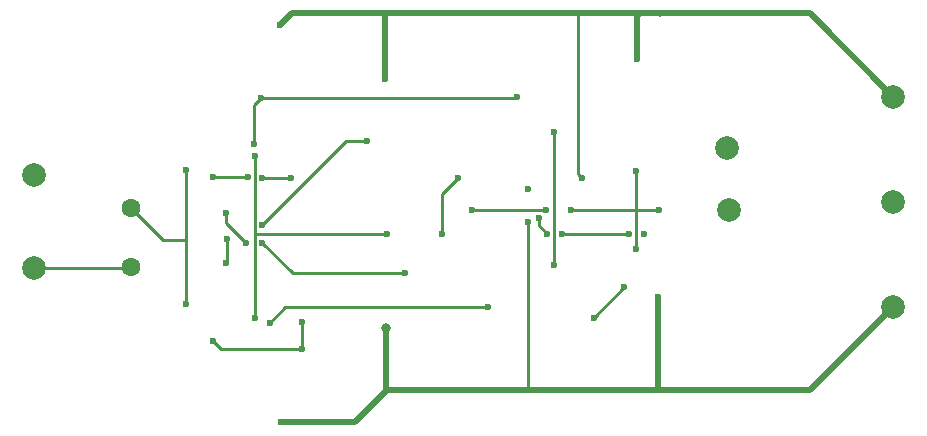
<source format=gbr>
G04 #@! TF.GenerationSoftware,KiCad,Pcbnew,(5.1.10-0-10_14)*
G04 #@! TF.CreationDate,2021-07-28T15:02:55+02:00*
G04 #@! TF.ProjectId,pre-amp-discret,7072652d-616d-4702-9d64-697363726574,rev?*
G04 #@! TF.SameCoordinates,Original*
G04 #@! TF.FileFunction,Copper,L2,Bot*
G04 #@! TF.FilePolarity,Positive*
%FSLAX46Y46*%
G04 Gerber Fmt 4.6, Leading zero omitted, Abs format (unit mm)*
G04 Created by KiCad (PCBNEW (5.1.10-0-10_14)) date 2021-07-28 15:02:55*
%MOMM*%
%LPD*%
G01*
G04 APERTURE LIST*
G04 #@! TA.AperFunction,ComponentPad*
%ADD10C,2.000000*%
G04 #@! TD*
G04 #@! TA.AperFunction,ComponentPad*
%ADD11C,1.600000*%
G04 #@! TD*
G04 #@! TA.AperFunction,ViaPad*
%ADD12C,0.600000*%
G04 #@! TD*
G04 #@! TA.AperFunction,ViaPad*
%ADD13C,0.800000*%
G04 #@! TD*
G04 #@! TA.AperFunction,Conductor*
%ADD14C,0.500000*%
G04 #@! TD*
G04 #@! TA.AperFunction,Conductor*
%ADD15C,0.250000*%
G04 #@! TD*
G04 APERTURE END LIST*
D10*
X184327800Y-117398800D03*
X184492900Y-122618500D03*
X198374000Y-121920000D03*
X125603000Y-127508000D03*
X198374000Y-130810000D03*
X125603000Y-119634000D03*
X198374000Y-113030000D03*
D11*
X133858000Y-127491500D03*
X133858000Y-122491500D03*
D12*
X171678600Y-105994200D03*
X167614600Y-105994200D03*
X155333700Y-111582200D03*
X172016500Y-119893000D03*
X176657000Y-109855000D03*
X146481800Y-107010200D03*
X138455400Y-119240300D03*
X138493500Y-130632200D03*
X165232200Y-137901800D03*
X169743000Y-137901800D03*
D13*
X155422600Y-132638800D03*
D12*
X167447000Y-120843000D03*
X167449500Y-123634500D03*
X178435000Y-129984500D03*
X146494500Y-140589000D03*
X164020500Y-130873500D03*
X145585100Y-132186600D03*
X144322800Y-131813300D03*
X144335500Y-118021100D03*
X161544000Y-119888000D03*
X160159700Y-124701300D03*
X155511500Y-124650500D03*
X176593500Y-119341900D03*
X176606200Y-125945900D03*
X178498500Y-122593100D03*
X168973500Y-122618002D03*
X162687000Y-122618500D03*
X171069000Y-122618500D03*
X169672000Y-127304800D03*
X172986700Y-131800600D03*
X175602900Y-129184400D03*
X169672000Y-116014500D03*
X166547800Y-113106200D03*
X144251600Y-117073600D03*
X144843500Y-113118900D03*
X157019428Y-127967047D03*
X144957800Y-125412500D03*
X143522700Y-125399800D03*
X141884400Y-122923300D03*
X140766800Y-119824500D03*
X147383500Y-119951500D03*
X144947800Y-119951500D03*
X143697800Y-119837200D03*
X144947800Y-123939300D03*
X141903200Y-127095500D03*
X141922500Y-125056900D03*
X153797000Y-116827300D03*
X148272500Y-134366000D03*
X148272500Y-132080000D03*
X140779500Y-133731000D03*
X177231200Y-124650500D03*
X175981200Y-124650500D03*
X170297000Y-124650500D03*
X169047000Y-124650500D03*
X168338500Y-123317000D03*
D14*
X171678600Y-105994200D02*
X167487600Y-105994200D01*
X178587400Y-106019600D02*
X178612800Y-105994200D01*
X191338200Y-105994200D02*
X198374000Y-113030000D01*
X178612800Y-105994200D02*
X191338200Y-105994200D01*
X155359100Y-105994200D02*
X155346400Y-106006900D01*
X167614600Y-105994200D02*
X155359100Y-105994200D01*
X155346400Y-111569500D02*
X155333700Y-111582200D01*
X155346400Y-106006900D02*
X155346400Y-111569500D01*
X176923700Y-106019600D02*
X176961800Y-105981500D01*
D15*
X171678600Y-119555100D02*
X172016500Y-119893000D01*
X171678600Y-105994200D02*
X171678600Y-119555100D01*
D14*
X176657000Y-106006900D02*
X176644300Y-105994200D01*
X176657000Y-109855000D02*
X176657000Y-106006900D01*
X176644300Y-105994200D02*
X171678600Y-105994200D01*
X178612800Y-105994200D02*
X176644300Y-105994200D01*
X147497800Y-105994200D02*
X146481800Y-107010200D01*
X155359100Y-105994200D02*
X147497800Y-105994200D01*
D15*
X133841500Y-127508000D02*
X133858000Y-127491500D01*
X125603000Y-127508000D02*
X133841500Y-127508000D01*
X138493500Y-119278400D02*
X138455400Y-119240300D01*
X133858000Y-122491500D02*
X136550400Y-125183900D01*
X136550400Y-125183900D02*
X138455400Y-125183900D01*
X138455400Y-125183900D02*
X138493500Y-125145800D01*
X138493500Y-125145800D02*
X138493500Y-119278400D01*
X138493500Y-130632200D02*
X138493500Y-125145800D01*
D14*
X191282200Y-137901800D02*
X198374000Y-130810000D01*
X179171600Y-137901800D02*
X191282200Y-137901800D01*
X165232200Y-137901800D02*
X165232200Y-137901800D01*
X165232200Y-137901800D02*
X155478600Y-137901800D01*
X169743000Y-137901800D02*
X167342700Y-137901800D01*
X167342700Y-137901800D02*
X165232200Y-137901800D01*
D15*
X167449500Y-137795000D02*
X167342700Y-137901800D01*
X167449500Y-123634500D02*
X167449500Y-137795000D01*
D14*
X178435000Y-129984500D02*
X178435000Y-137858500D01*
X178391700Y-137901800D02*
X169743000Y-137901800D01*
X178435000Y-137858500D02*
X178391700Y-137901800D01*
X179171600Y-137901800D02*
X178391700Y-137901800D01*
X152791400Y-140589000D02*
X155478600Y-137901800D01*
X146494500Y-140589000D02*
X152791400Y-140589000D01*
X155422600Y-137845800D02*
X155478600Y-137901800D01*
X155422600Y-132638800D02*
X155422600Y-137845800D01*
D15*
X146898200Y-130873500D02*
X145585100Y-132186600D01*
X164020500Y-130873500D02*
X146898200Y-130873500D01*
X144322800Y-118033800D02*
X144335500Y-118021100D01*
X144322800Y-131813300D02*
X144322800Y-124675900D01*
X160159700Y-121272300D02*
X161544000Y-119888000D01*
X160159700Y-124701300D02*
X160159700Y-121272300D01*
X144335500Y-124650500D02*
X144322800Y-124663200D01*
X155511500Y-124650500D02*
X144335500Y-124650500D01*
X144322800Y-124663200D02*
X144322800Y-118033800D01*
X144322800Y-124675900D02*
X144322800Y-124663200D01*
X176593500Y-122593100D02*
X176618900Y-122618500D01*
X176593500Y-119341900D02*
X176593500Y-122593100D01*
X176606200Y-122605800D02*
X176593500Y-122593100D01*
X176606200Y-125945900D02*
X176606200Y-122605800D01*
X176593500Y-122593100D02*
X178498500Y-122593100D01*
X176606200Y-122605800D02*
X176604996Y-122604596D01*
X162687498Y-122618002D02*
X162687000Y-122618500D01*
X168973500Y-122618002D02*
X162687498Y-122618002D01*
X176568100Y-122618500D02*
X176593500Y-122593100D01*
X171069000Y-122618500D02*
X176568100Y-122618500D01*
X172986700Y-131800600D02*
X175602900Y-129184400D01*
X169672000Y-127304800D02*
X169672000Y-116014500D01*
X166547800Y-113106200D02*
X166535100Y-113093500D01*
X144251600Y-113710800D02*
X144843500Y-113118900D01*
X144251600Y-117073600D02*
X144251600Y-113710800D01*
X166535100Y-113118900D02*
X166547800Y-113106200D01*
X144843500Y-113118900D02*
X166535100Y-113118900D01*
X147512347Y-127967047D02*
X144957800Y-125412500D01*
X157019428Y-127967047D02*
X147512347Y-127967047D01*
X141897100Y-123774200D02*
X143522700Y-125399800D01*
X141897100Y-122936000D02*
X141884400Y-122923300D01*
X141897100Y-123774200D02*
X141897100Y-122936000D01*
X140703300Y-119900700D02*
X140817600Y-119786400D01*
X147383500Y-119951500D02*
X144947800Y-119951500D01*
X140779500Y-119837200D02*
X140766800Y-119824500D01*
X143697800Y-119837200D02*
X140779500Y-119837200D01*
X141909800Y-127088900D02*
X141903200Y-127095500D01*
X141922500Y-127076200D02*
X141903200Y-127095500D01*
X141922500Y-125056900D02*
X141922500Y-127076200D01*
X144947800Y-123939300D02*
X152059800Y-116827300D01*
X152059800Y-116827300D02*
X153797000Y-116827300D01*
X148272500Y-134366000D02*
X148272500Y-132080000D01*
X141414500Y-134366000D02*
X140779500Y-133731000D01*
X148272500Y-134366000D02*
X141414500Y-134366000D01*
X175981200Y-124650500D02*
X170297000Y-124650500D01*
X169047000Y-124650500D02*
X168338500Y-123942000D01*
X168338500Y-123942000D02*
X168338500Y-123317000D01*
M02*

</source>
